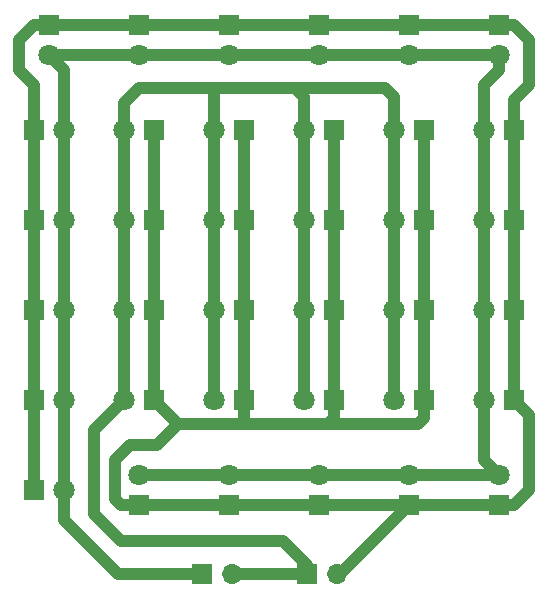
<source format=gbr>
G04 #@! TF.FileFunction,Copper,L2,Bot,Signal*
%FSLAX46Y46*%
G04 Gerber Fmt 4.6, Leading zero omitted, Abs format (unit mm)*
G04 Created by KiCad (PCBNEW 4.0.7-e2-6376~58~ubuntu16.04.1) date Sun Dec 10 19:37:14 2017*
%MOMM*%
%LPD*%
G01*
G04 APERTURE LIST*
%ADD10C,1.000000*%
%ADD11R,1.800000X1.800000*%
%ADD12C,1.800000*%
%ADD13R,1.700000X1.700000*%
%ADD14O,1.700000X1.700000*%
G04 APERTURE END LIST*
D10*
D11*
X186690000Y-64770000D03*
D12*
X186690000Y-67310000D03*
D11*
X185420000Y-73660000D03*
D12*
X187960000Y-73660000D03*
D11*
X185420000Y-81280000D03*
D12*
X187960000Y-81280000D03*
D11*
X185420000Y-88900000D03*
D12*
X187960000Y-88900000D03*
D11*
X185420000Y-96520000D03*
D12*
X187960000Y-96520000D03*
D11*
X185420000Y-104140000D03*
D12*
X187960000Y-104140000D03*
D11*
X195580000Y-73660000D03*
D12*
X193040000Y-73660000D03*
D11*
X195580000Y-81280000D03*
D12*
X193040000Y-81280000D03*
D11*
X195580000Y-88900000D03*
D12*
X193040000Y-88900000D03*
D11*
X195580000Y-96520000D03*
D12*
X193040000Y-96520000D03*
D11*
X194310000Y-64770000D03*
D12*
X194310000Y-67310000D03*
D11*
X194310000Y-105410000D03*
D12*
X194310000Y-102870000D03*
D11*
X203200000Y-73660000D03*
D12*
X200660000Y-73660000D03*
D11*
X203200000Y-81280000D03*
D12*
X200660000Y-81280000D03*
D11*
X203200000Y-88900000D03*
D12*
X200660000Y-88900000D03*
D11*
X203200000Y-96520000D03*
D12*
X200660000Y-96520000D03*
D11*
X201930000Y-64770000D03*
D12*
X201930000Y-67310000D03*
D11*
X201930000Y-105410000D03*
D12*
X201930000Y-102870000D03*
D11*
X210820000Y-73660000D03*
D12*
X208280000Y-73660000D03*
D11*
X210820000Y-81280000D03*
D12*
X208280000Y-81280000D03*
D11*
X210820000Y-88900000D03*
D12*
X208280000Y-88900000D03*
D11*
X210820000Y-96520000D03*
D12*
X208280000Y-96520000D03*
D11*
X209550000Y-64770000D03*
D12*
X209550000Y-67310000D03*
D11*
X209550000Y-105410000D03*
D12*
X209550000Y-102870000D03*
D11*
X218440000Y-73660000D03*
D12*
X215900000Y-73660000D03*
D11*
X218440000Y-81280000D03*
D12*
X215900000Y-81280000D03*
D11*
X218440000Y-88900000D03*
D12*
X215900000Y-88900000D03*
D11*
X218440000Y-96520000D03*
D12*
X215900000Y-96520000D03*
D11*
X217170000Y-64770000D03*
D12*
X217170000Y-67310000D03*
D11*
X217170000Y-105410000D03*
D12*
X217170000Y-102870000D03*
D11*
X224790000Y-64770000D03*
D12*
X224790000Y-67310000D03*
D11*
X226060000Y-73660000D03*
D12*
X223520000Y-73660000D03*
D11*
X226060000Y-81280000D03*
D12*
X223520000Y-81280000D03*
D11*
X226060000Y-88900000D03*
D12*
X223520000Y-88900000D03*
D11*
X226060000Y-96520000D03*
D12*
X223520000Y-96520000D03*
D11*
X224790000Y-105410000D03*
D12*
X224790000Y-102870000D03*
D13*
X199644000Y-111252000D03*
D14*
X202184000Y-111252000D03*
D13*
X208534000Y-111252000D03*
D14*
X211074000Y-111252000D03*
D10*
X194310000Y-105410000D02*
X192786000Y-105410000D01*
X195834000Y-100330000D02*
X197612000Y-98552000D01*
X193548000Y-100330000D02*
X195834000Y-100330000D01*
X192278000Y-101600000D02*
X193548000Y-100330000D01*
X192278000Y-104902000D02*
X192278000Y-101600000D01*
X192786000Y-105410000D02*
X192278000Y-104902000D01*
X211074000Y-111252000D02*
X211328000Y-111252000D01*
X211328000Y-111252000D02*
X217170000Y-105410000D01*
X226060000Y-73660000D02*
X226060000Y-71120000D01*
X226060000Y-64770000D02*
X224790000Y-64770000D01*
X227330000Y-66040000D02*
X226060000Y-64770000D01*
X227330000Y-69850000D02*
X227330000Y-66040000D01*
X226060000Y-71120000D02*
X227330000Y-69850000D01*
X226060000Y-81280000D02*
X226060000Y-73660000D01*
X226060000Y-88900000D02*
X226060000Y-81280000D01*
X226060000Y-96520000D02*
X226060000Y-88900000D01*
X224790000Y-105410000D02*
X226060000Y-105410000D01*
X227330000Y-97790000D02*
X226060000Y-96520000D01*
X227330000Y-104140000D02*
X227330000Y-97790000D01*
X226060000Y-105410000D02*
X227330000Y-104140000D01*
X217170000Y-105410000D02*
X224790000Y-105410000D01*
X209550000Y-105410000D02*
X217170000Y-105410000D01*
X201930000Y-105410000D02*
X209550000Y-105410000D01*
X194310000Y-105410000D02*
X201930000Y-105410000D01*
X217170000Y-64770000D02*
X224790000Y-64770000D01*
X209550000Y-64770000D02*
X217170000Y-64770000D01*
X201930000Y-64770000D02*
X209550000Y-64770000D01*
X194310000Y-64770000D02*
X201930000Y-64770000D01*
X186690000Y-64770000D02*
X194310000Y-64770000D01*
X185420000Y-73660000D02*
X185420000Y-69850000D01*
X185420000Y-64770000D02*
X186690000Y-64770000D01*
X184150000Y-66040000D02*
X185420000Y-64770000D01*
X184150000Y-68580000D02*
X184150000Y-66040000D01*
X185420000Y-69850000D02*
X184150000Y-68580000D01*
X185420000Y-81280000D02*
X185420000Y-73660000D01*
X185420000Y-88900000D02*
X185420000Y-81280000D01*
X185420000Y-96520000D02*
X185420000Y-88900000D01*
X185420000Y-104140000D02*
X185420000Y-96520000D01*
X197612000Y-98552000D02*
X195580000Y-96520000D01*
X203200000Y-98552000D02*
X197612000Y-98552000D01*
X210312000Y-98552000D02*
X213360000Y-98552000D01*
X213360000Y-98552000D02*
X217932000Y-98552000D01*
X217932000Y-98552000D02*
X218440000Y-98044000D01*
X203200000Y-98552000D02*
X205740000Y-98552000D01*
X205740000Y-98552000D02*
X210312000Y-98552000D01*
X210312000Y-98552000D02*
X210820000Y-98044000D01*
X195580000Y-88900000D02*
X195580000Y-96520000D01*
X195580000Y-81280000D02*
X195580000Y-88900000D01*
X203200000Y-98552000D02*
X203200000Y-96520000D01*
X203200000Y-88900000D02*
X203200000Y-96520000D01*
X210820000Y-88900000D02*
X210820000Y-96520000D01*
X210820000Y-98044000D02*
X210820000Y-96520000D01*
X218440000Y-98044000D02*
X218440000Y-96520000D01*
X218440000Y-88900000D02*
X218440000Y-96520000D01*
X203200000Y-81280000D02*
X203200000Y-88900000D01*
X210820000Y-81280000D02*
X210820000Y-88900000D01*
X218440000Y-81280000D02*
X218440000Y-88900000D01*
X195580000Y-73660000D02*
X195580000Y-81280000D01*
X203200000Y-73660000D02*
X203200000Y-81280000D01*
X210820000Y-73660000D02*
X210820000Y-81280000D01*
X218440000Y-73660000D02*
X218440000Y-81280000D01*
X199644000Y-111252000D02*
X192532000Y-111252000D01*
X187960000Y-106680000D02*
X187960000Y-104140000D01*
X192532000Y-111252000D02*
X187960000Y-106680000D01*
X201930000Y-102870000D02*
X194310000Y-102870000D01*
X209550000Y-102870000D02*
X201930000Y-102870000D01*
X217170000Y-102870000D02*
X209550000Y-102870000D01*
X224790000Y-102870000D02*
X217170000Y-102870000D01*
X223520000Y-96520000D02*
X223520000Y-101600000D01*
X223520000Y-101600000D02*
X224790000Y-102870000D01*
X223520000Y-88900000D02*
X223520000Y-96520000D01*
X223520000Y-81280000D02*
X223520000Y-88900000D01*
X223520000Y-73660000D02*
X223520000Y-81280000D01*
X224790000Y-67310000D02*
X224790000Y-68580000D01*
X223520000Y-69850000D02*
X223520000Y-73660000D01*
X224790000Y-68580000D02*
X223520000Y-69850000D01*
X217170000Y-67310000D02*
X224790000Y-67310000D01*
X209550000Y-67310000D02*
X217170000Y-67310000D01*
X201930000Y-67310000D02*
X209550000Y-67310000D01*
X194310000Y-67310000D02*
X201930000Y-67310000D01*
X186690000Y-67310000D02*
X194310000Y-67310000D01*
X187960000Y-73660000D02*
X187960000Y-68580000D01*
X187960000Y-68580000D02*
X186690000Y-67310000D01*
X187960000Y-81280000D02*
X187960000Y-73660000D01*
X187960000Y-96520000D02*
X187960000Y-88900000D01*
X187960000Y-88900000D02*
X187960000Y-81280000D01*
X187960000Y-104140000D02*
X187960000Y-96520000D01*
X208534000Y-111252000D02*
X208534000Y-110490000D01*
X208534000Y-110490000D02*
X206502000Y-108458000D01*
X190500000Y-99060000D02*
X193040000Y-96520000D01*
X190500000Y-106172000D02*
X190500000Y-99060000D01*
X192786000Y-108458000D02*
X190500000Y-106172000D01*
X206502000Y-108458000D02*
X192786000Y-108458000D01*
X215900000Y-70866000D02*
X215900000Y-73660000D01*
X215900000Y-73660000D02*
X215900000Y-81280000D01*
X208280000Y-73660000D02*
X208280000Y-70866000D01*
X208280000Y-70866000D02*
X207518000Y-70104000D01*
X200406000Y-70104000D02*
X207518000Y-70104000D01*
X207518000Y-70104000D02*
X215138000Y-70104000D01*
X215138000Y-70104000D02*
X215900000Y-70866000D01*
X200406000Y-70104000D02*
X200660000Y-70358000D01*
X194310000Y-70104000D02*
X200406000Y-70104000D01*
X208280000Y-81280000D02*
X208280000Y-73660000D01*
X193040000Y-71374000D02*
X194310000Y-70104000D01*
X200660000Y-70358000D02*
X200660000Y-73660000D01*
X200660000Y-73660000D02*
X200660000Y-81280000D01*
X193040000Y-73660000D02*
X193040000Y-71374000D01*
X193040000Y-81280000D02*
X193040000Y-73660000D01*
X215900000Y-81280000D02*
X215900000Y-88900000D01*
X208280000Y-88900000D02*
X208280000Y-81280000D01*
X200660000Y-81280000D02*
X200660000Y-88900000D01*
X215900000Y-88900000D02*
X215900000Y-96520000D01*
X208280000Y-96520000D02*
X208280000Y-88900000D01*
X200660000Y-88900000D02*
X200660000Y-96520000D01*
X193040000Y-88900000D02*
X193040000Y-81280000D01*
X193040000Y-96520000D02*
X193040000Y-88900000D01*
X193040000Y-96520000D02*
X193040000Y-96774000D01*
X202692000Y-111252000D02*
X202184000Y-111252000D01*
X208534000Y-111252000D02*
X202184000Y-111252000D01*
M02*

</source>
